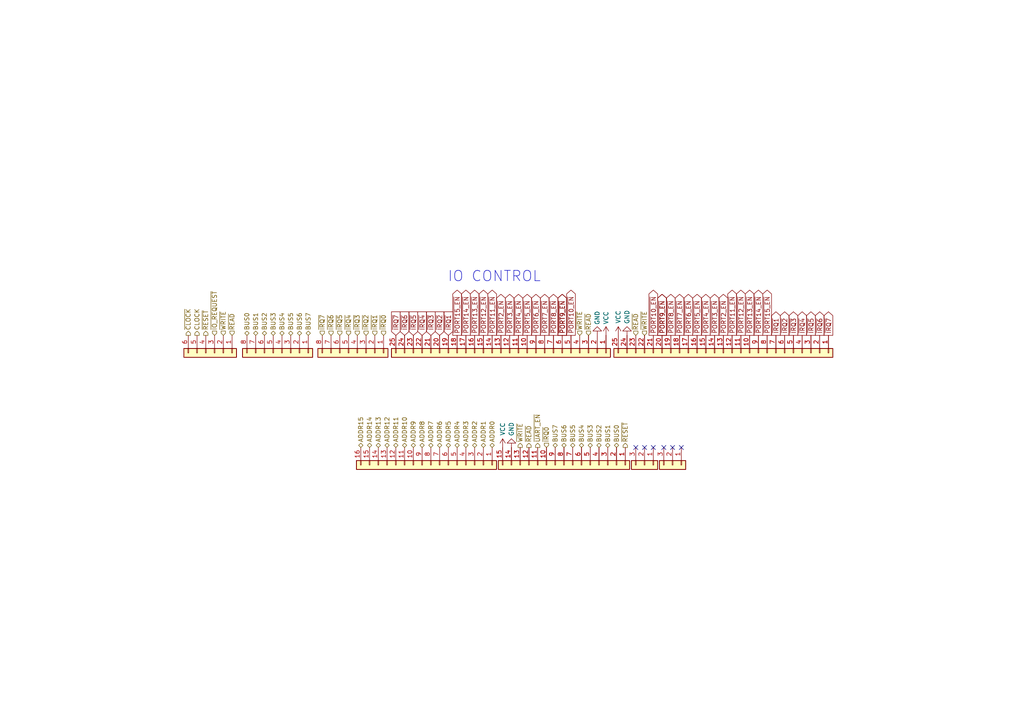
<source format=kicad_sch>
(kicad_sch (version 20211123) (generator eeschema)
  (paper "A4")
  (lib_symbols
    (symbol "Connector_Generic:Conn_01x03" (pin_names (offset 1.016) hide)
      (property "Reference" "J" (at 0 5.08 0))
      (property "Value" "Conn_01x03" (at 0 -5.08 0))
      (symbol "Conn_01x03_1_1"
        (rectangle (start -1.27 -2.413) (end 0 -2.667) (stroke (width 0.1524)))
        (rectangle (start -1.27 0.127) (end 0 -0.127) (stroke (width 0.1524)))
        (rectangle (start -1.27 2.667) (end 0 2.413) (stroke (width 0.1524)))
        (rectangle (start -1.27 3.81) (end 1.27 -3.81) (stroke (width 0.254)) (fill (type background)))
        (pin passive line (at -5.08 2.54 0) (length 3.81) (name "Pin_1") (number "1"))
        (pin passive line (at -5.08 0 0) (length 3.81) (name "Pin_2") (number "2"))
        (pin passive line (at -5.08 -2.54 0) (length 3.81) (name "Pin_3") (number "3"))
      )
    )
    (symbol "Connector_Generic:Conn_01x06" (pin_names (offset 1.016) hide)
      (property "Reference" "J" (at 0 7.62 0))
      (property "Value" "Conn_01x06" (at 0 -10.16 0))
      (symbol "Conn_01x06_1_1"
        (rectangle (start -1.27 -7.493) (end 0 -7.747) (stroke (width 0.1524)))
        (rectangle (start -1.27 -4.953) (end 0 -5.207) (stroke (width 0.1524)))
        (rectangle (start -1.27 -2.413) (end 0 -2.667) (stroke (width 0.1524)))
        (rectangle (start -1.27 0.127) (end 0 -0.127) (stroke (width 0.1524)))
        (rectangle (start -1.27 2.667) (end 0 2.413) (stroke (width 0.1524)))
        (rectangle (start -1.27 5.207) (end 0 4.953) (stroke (width 0.1524)))
        (rectangle (start -1.27 6.35) (end 1.27 -8.89) (stroke (width 0.254)) (fill (type background)))
        (pin passive line (at -5.08 5.08 0) (length 3.81) (name "Pin_1") (number "1"))
        (pin passive line (at -5.08 2.54 0) (length 3.81) (name "Pin_2") (number "2"))
        (pin passive line (at -5.08 0 0) (length 3.81) (name "Pin_3") (number "3"))
        (pin passive line (at -5.08 -2.54 0) (length 3.81) (name "Pin_4") (number "4"))
        (pin passive line (at -5.08 -5.08 0) (length 3.81) (name "Pin_5") (number "5"))
        (pin passive line (at -5.08 -7.62 0) (length 3.81) (name "Pin_6") (number "6"))
      )
    )
    (symbol "Connector_Generic:Conn_01x08" (pin_names (offset 1.016) hide)
      (property "Reference" "J" (at 0 10.16 0))
      (property "Value" "Conn_01x08" (at 0 -12.7 0))
      (symbol "Conn_01x08_1_1"
        (rectangle (start -1.27 -10.033) (end 0 -10.287) (stroke (width 0.1524)))
        (rectangle (start -1.27 -7.493) (end 0 -7.747) (stroke (width 0.1524)))
        (rectangle (start -1.27 -4.953) (end 0 -5.207) (stroke (width 0.1524)))
        (rectangle (start -1.27 -2.413) (end 0 -2.667) (stroke (width 0.1524)))
        (rectangle (start -1.27 0.127) (end 0 -0.127) (stroke (width 0.1524)))
        (rectangle (start -1.27 2.667) (end 0 2.413) (stroke (width 0.1524)))
        (rectangle (start -1.27 5.207) (end 0 4.953) (stroke (width 0.1524)))
        (rectangle (start -1.27 7.747) (end 0 7.493) (stroke (width 0.1524)))
        (rectangle (start -1.27 8.89) (end 1.27 -11.43) (stroke (width 0.254)) (fill (type background)))
        (pin passive line (at -5.08 7.62 0) (length 3.81) (name "Pin_1") (number "1"))
        (pin passive line (at -5.08 5.08 0) (length 3.81) (name "Pin_2") (number "2"))
        (pin passive line (at -5.08 2.54 0) (length 3.81) (name "Pin_3") (number "3"))
        (pin passive line (at -5.08 0 0) (length 3.81) (name "Pin_4") (number "4"))
        (pin passive line (at -5.08 -2.54 0) (length 3.81) (name "Pin_5") (number "5"))
        (pin passive line (at -5.08 -5.08 0) (length 3.81) (name "Pin_6") (number "6"))
        (pin passive line (at -5.08 -7.62 0) (length 3.81) (name "Pin_7") (number "7"))
        (pin passive line (at -5.08 -10.16 0) (length 3.81) (name "Pin_8") (number "8"))
      )
    )
    (symbol "Connector_Generic:Conn_01x15" (pin_names (offset 1.016) hide)
      (property "Reference" "J" (at 0 20.32 0))
      (property "Value" "Conn_01x15" (at 0 -20.32 0))
      (symbol "Conn_01x15_1_1"
        (rectangle (start -1.27 -17.653) (end 0 -17.907) (stroke (width 0.1524)))
        (rectangle (start -1.27 -15.113) (end 0 -15.367) (stroke (width 0.1524)))
        (rectangle (start -1.27 -12.573) (end 0 -12.827) (stroke (width 0.1524)))
        (rectangle (start -1.27 -10.033) (end 0 -10.287) (stroke (width 0.1524)))
        (rectangle (start -1.27 -7.493) (end 0 -7.747) (stroke (width 0.1524)))
        (rectangle (start -1.27 -4.953) (end 0 -5.207) (stroke (width 0.1524)))
        (rectangle (start -1.27 -2.413) (end 0 -2.667) (stroke (width 0.1524)))
        (rectangle (start -1.27 0.127) (end 0 -0.127) (stroke (width 0.1524)))
        (rectangle (start -1.27 2.667) (end 0 2.413) (stroke (width 0.1524)))
        (rectangle (start -1.27 5.207) (end 0 4.953) (stroke (width 0.1524)))
        (rectangle (start -1.27 7.747) (end 0 7.493) (stroke (width 0.1524)))
        (rectangle (start -1.27 10.287) (end 0 10.033) (stroke (width 0.1524)))
        (rectangle (start -1.27 12.827) (end 0 12.573) (stroke (width 0.1524)))
        (rectangle (start -1.27 15.367) (end 0 15.113) (stroke (width 0.1524)))
        (rectangle (start -1.27 17.907) (end 0 17.653) (stroke (width 0.1524)))
        (rectangle (start -1.27 19.05) (end 1.27 -19.05) (stroke (width 0.254)) (fill (type background)))
        (pin passive line (at -5.08 17.78 0) (length 3.81) (name "Pin_1") (number "1"))
        (pin passive line (at -5.08 -5.08 0) (length 3.81) (name "Pin_10") (number "10"))
        (pin passive line (at -5.08 -7.62 0) (length 3.81) (name "Pin_11") (number "11"))
        (pin passive line (at -5.08 -10.16 0) (length 3.81) (name "Pin_12") (number "12"))
        (pin passive line (at -5.08 -12.7 0) (length 3.81) (name "Pin_13") (number "13"))
        (pin passive line (at -5.08 -15.24 0) (length 3.81) (name "Pin_14") (number "14"))
        (pin passive line (at -5.08 -17.78 0) (length 3.81) (name "Pin_15") (number "15"))
        (pin passive line (at -5.08 15.24 0) (length 3.81) (name "Pin_2") (number "2"))
        (pin passive line (at -5.08 12.7 0) (length 3.81) (name "Pin_3") (number "3"))
        (pin passive line (at -5.08 10.16 0) (length 3.81) (name "Pin_4") (number "4"))
        (pin passive line (at -5.08 7.62 0) (length 3.81) (name "Pin_5") (number "5"))
        (pin passive line (at -5.08 5.08 0) (length 3.81) (name "Pin_6") (number "6"))
        (pin passive line (at -5.08 2.54 0) (length 3.81) (name "Pin_7") (number "7"))
        (pin passive line (at -5.08 0 0) (length 3.81) (name "Pin_8") (number "8"))
        (pin passive line (at -5.08 -2.54 0) (length 3.81) (name "Pin_9") (number "9"))
      )
    )
    (symbol "Connector_Generic:Conn_01x16" (pin_names (offset 1.016) hide)
      (property "Reference" "J" (at 0 20.32 0))
      (property "Value" "Conn_01x16" (at 0 -22.86 0))
      (symbol "Conn_01x16_1_1"
        (rectangle (start -1.27 -20.193) (end 0 -20.447) (stroke (width 0.1524)))
        (rectangle (start -1.27 -17.653) (end 0 -17.907) (stroke (width 0.1524)))
        (rectangle (start -1.27 -15.113) (end 0 -15.367) (stroke (width 0.1524)))
        (rectangle (start -1.27 -12.573) (end 0 -12.827) (stroke (width 0.1524)))
        (rectangle (start -1.27 -10.033) (end 0 -10.287) (stroke (width 0.1524)))
        (rectangle (start -1.27 -7.493) (end 0 -7.747) (stroke (width 0.1524)))
        (rectangle (start -1.27 -4.953) (end 0 -5.207) (stroke (width 0.1524)))
        (rectangle (start -1.27 -2.413) (end 0 -2.667) (stroke (width 0.1524)))
        (rectangle (start -1.27 0.127) (end 0 -0.127) (stroke (width 0.1524)))
        (rectangle (start -1.27 2.667) (end 0 2.413) (stroke (width 0.1524)))
        (rectangle (start -1.27 5.207) (end 0 4.953) (stroke (width 0.1524)))
        (rectangle (start -1.27 7.747) (end 0 7.493) (stroke (width 0.1524)))
        (rectangle (start -1.27 10.287) (end 0 10.033) (stroke (width 0.1524)))
        (rectangle (start -1.27 12.827) (end 0 12.573) (stroke (width 0.1524)))
        (rectangle (start -1.27 15.367) (end 0 15.113) (stroke (width 0.1524)))
        (rectangle (start -1.27 17.907) (end 0 17.653) (stroke (width 0.1524)))
        (rectangle (start -1.27 19.05) (end 1.27 -21.59) (stroke (width 0.254)) (fill (type background)))
        (pin passive line (at -5.08 17.78 0) (length 3.81) (name "Pin_1") (number "1"))
        (pin passive line (at -5.08 -5.08 0) (length 3.81) (name "Pin_10") (number "10"))
        (pin passive line (at -5.08 -7.62 0) (length 3.81) (name "Pin_11") (number "11"))
        (pin passive line (at -5.08 -10.16 0) (length 3.81) (name "Pin_12") (number "12"))
        (pin passive line (at -5.08 -12.7 0) (length 3.81) (name "Pin_13") (number "13"))
        (pin passive line (at -5.08 -15.24 0) (length 3.81) (name "Pin_14") (number "14"))
        (pin passive line (at -5.08 -17.78 0) (length 3.81) (name "Pin_15") (number "15"))
        (pin passive line (at -5.08 -20.32 0) (length 3.81) (name "Pin_16") (number "16"))
        (pin passive line (at -5.08 15.24 0) (length 3.81) (name "Pin_2") (number "2"))
        (pin passive line (at -5.08 12.7 0) (length 3.81) (name "Pin_3") (number "3"))
        (pin passive line (at -5.08 10.16 0) (length 3.81) (name "Pin_4") (number "4"))
        (pin passive line (at -5.08 7.62 0) (length 3.81) (name "Pin_5") (number "5"))
        (pin passive line (at -5.08 5.08 0) (length 3.81) (name "Pin_6") (number "6"))
        (pin passive line (at -5.08 2.54 0) (length 3.81) (name "Pin_7") (number "7"))
        (pin passive line (at -5.08 0 0) (length 3.81) (name "Pin_8") (number "8"))
        (pin passive line (at -5.08 -2.54 0) (length 3.81) (name "Pin_9") (number "9"))
      )
    )
    (symbol "Connector_Generic:Conn_01x25" (pin_names (offset 1.016) hide)
      (property "Reference" "J" (at 0 33.02 0))
      (property "Value" "Conn_01x25" (at 0 -33.02 0))
      (symbol "Conn_01x25_1_1"
        (rectangle (start -1.27 -30.353) (end 0 -30.607) (stroke (width 0.1524)))
        (rectangle (start -1.27 -27.813) (end 0 -28.067) (stroke (width 0.1524)))
        (rectangle (start -1.27 -25.273) (end 0 -25.527) (stroke (width 0.1524)))
        (rectangle (start -1.27 -22.733) (end 0 -22.987) (stroke (width 0.1524)))
        (rectangle (start -1.27 -20.193) (end 0 -20.447) (stroke (width 0.1524)))
        (rectangle (start -1.27 -17.653) (end 0 -17.907) (stroke (width 0.1524)))
        (rectangle (start -1.27 -15.113) (end 0 -15.367) (stroke (width 0.1524)))
        (rectangle (start -1.27 -12.573) (end 0 -12.827) (stroke (width 0.1524)))
        (rectangle (start -1.27 -10.033) (end 0 -10.287) (stroke (width 0.1524)))
        (rectangle (start -1.27 -7.493) (end 0 -7.747) (stroke (width 0.1524)))
        (rectangle (start -1.27 -4.953) (end 0 -5.207) (stroke (width 0.1524)))
        (rectangle (start -1.27 -2.413) (end 0 -2.667) (stroke (width 0.1524)))
        (rectangle (start -1.27 0.127) (end 0 -0.127) (stroke (width 0.1524)))
        (rectangle (start -1.27 2.667) (end 0 2.413) (stroke (width 0.1524)))
        (rectangle (start -1.27 5.207) (end 0 4.953) (stroke (width 0.1524)))
        (rectangle (start -1.27 7.747) (end 0 7.493) (stroke (width 0.1524)))
        (rectangle (start -1.27 10.287) (end 0 10.033) (stroke (width 0.1524)))
        (rectangle (start -1.27 12.827) (end 0 12.573) (stroke (width 0.1524)))
        (rectangle (start -1.27 15.367) (end 0 15.113) (stroke (width 0.1524)))
        (rectangle (start -1.27 17.907) (end 0 17.653) (stroke (width 0.1524)))
        (rectangle (start -1.27 20.447) (end 0 20.193) (stroke (width 0.1524)))
        (rectangle (start -1.27 22.987) (end 0 22.733) (stroke (width 0.1524)))
        (rectangle (start -1.27 25.527) (end 0 25.273) (stroke (width 0.1524)))
        (rectangle (start -1.27 28.067) (end 0 27.813) (stroke (width 0.1524)))
        (rectangle (start -1.27 30.607) (end 0 30.353) (stroke (width 0.1524)))
        (rectangle (start -1.27 31.75) (end 1.27 -31.75) (stroke (width 0.254)) (fill (type background)))
        (pin passive line (at -5.08 30.48 0) (length 3.81) (name "Pin_1") (number "1"))
        (pin passive line (at -5.08 7.62 0) (length 3.81) (name "Pin_10") (number "10"))
        (pin passive line (at -5.08 5.08 0) (length 3.81) (name "Pin_11") (number "11"))
        (pin passive line (at -5.08 2.54 0) (length 3.81) (name "Pin_12") (number "12"))
        (pin passive line (at -5.08 0 0) (length 3.81) (name "Pin_13") (number "13"))
        (pin passive line (at -5.08 -2.54 0) (length 3.81) (name "Pin_14") (number "14"))
        (pin passive line (at -5.08 -5.08 0) (length 3.81) (name "Pin_15") (number "15"))
        (pin passive line (at -5.08 -7.62 0) (length 3.81) (name "Pin_16") (number "16"))
        (pin passive line (at -5.08 -10.16 0) (length 3.81) (name "Pin_17") (number "17"))
        (pin passive line (at -5.08 -12.7 0) (length 3.81) (name "Pin_18") (number "18"))
        (pin passive line (at -5.08 -15.24 0) (length 3.81) (name "Pin_19") (number "19"))
        (pin passive line (at -5.08 27.94 0) (length 3.81) (name "Pin_2") (number "2"))
        (pin passive line (at -5.08 -17.78 0) (length 3.81) (name "Pin_20") (number "20"))
        (pin passive line (at -5.08 -20.32 0) (length 3.81) (name "Pin_21") (number "21"))
        (pin passive line (at -5.08 -22.86 0) (length 3.81) (name "Pin_22") (number "22"))
        (pin passive line (at -5.08 -25.4 0) (length 3.81) (name "Pin_23") (number "23"))
        (pin passive line (at -5.08 -27.94 0) (length 3.81) (name "Pin_24") (number "24"))
        (pin passive line (at -5.08 -30.48 0) (length 3.81) (name "Pin_25") (number "25"))
        (pin passive line (at -5.08 25.4 0) (length 3.81) (name "Pin_3") (number "3"))
        (pin passive line (at -5.08 22.86 0) (length 3.81) (name "Pin_4") (number "4"))
        (pin passive line (at -5.08 20.32 0) (length 3.81) (name "Pin_5") (number "5"))
        (pin passive line (at -5.08 17.78 0) (length 3.81) (name "Pin_6") (number "6"))
        (pin passive line (at -5.08 15.24 0) (length 3.81) (name "Pin_7") (number "7"))
        (pin passive line (at -5.08 12.7 0) (length 3.81) (name "Pin_8") (number "8"))
        (pin passive line (at -5.08 10.16 0) (length 3.81) (name "Pin_9") (number "9"))
      )
    )
    (symbol "power:GND" (power) (pin_names (offset 0))
      (property "Value" "GND" (at 0 -3.81 0))
      (symbol "GND_0_1"
        (polyline (pts (xy 0 0) (xy 0 -1.27) (xy 1.27 -1.27) (xy 0 -2.54) (xy -1.27 -1.27) (xy 0 -1.27)))
      )
      (symbol "GND_1_1"
        (pin power_in line (at 0 0 270) (length 0) hide (name "GND") (number "1"))
      )
    )
    (symbol "power:VCC" (power) (pin_names (offset 0))
      (property "Value" "VCC" (at 0 3.81 0))
      (symbol "VCC_0_1"
        (polyline (pts (xy -0.762 1.27) (xy 0 2.54)))
        (polyline (pts (xy 0 0) (xy 0 2.54)))
        (polyline (pts (xy 0 2.54) (xy 0.762 1.27)))
      )
      (symbol "VCC_1_1"
        (pin power_in line (at 0 0 90) (length 0) hide (name "VCC") (number "1"))
      )
    )
  )
  (no_connect (at 195.072 129.794))
  (no_connect (at 189.484 129.794))
  (no_connect (at 192.532 129.794))
  (no_connect (at 197.612 129.794))
  (no_connect (at 184.404 129.794))
  (no_connect (at 186.944 129.794))
  (text "IO CONTROL" (at 129.794 82.042 0) (effects (font (size 3 3)) (justify left bottom)))
  (global_label "~{PORT9_EN}" (shape output) (at 192.024 97.282 90) (property "Intersheet References" "${INTERSHEET_REFS}" (effects hide)))
  (global_label "~{IRQ7}" (shape output) (at 240.284 97.282 90) (property "Intersheet References" "${INTERSHEET_REFS}" (effects hide)))
  (global_label "~{PORT10_EN}" (shape output) (at 189.484 97.282 90) (property "Intersheet References" "${INTERSHEET_REFS}" (effects hide)))
  (global_label "~{PORT4_EN}" (shape output) (at 150.368 97.282 90) (property "Intersheet References" "${INTERSHEET_REFS}" (effects hide)))
  (global_label "~{IRQ1}" (shape input) (at 130.048 97.282 90) (property "Intersheet References" "${INTERSHEET_REFS}" (effects hide)))
  (global_label "~{PORT7_EN}" (shape output) (at 197.104 97.282 90) (property "Intersheet References" "${INTERSHEET_REFS}" (effects hide)))
  (global_label "~{IRQ4}" (shape input) (at 122.428 97.282 90) (property "Intersheet References" "${INTERSHEET_REFS}" (effects hide)))
  (global_label "~{PORT11_EN}" (shape output) (at 142.748 97.282 90) (property "Intersheet References" "${INTERSHEET_REFS}" (effects hide)))
  (global_label "~{PORT2_EN}" (shape output) (at 145.288 97.282 90) (property "Intersheet References" "${INTERSHEET_REFS}" (effects hide)))
  (global_label "~{IRQ4}" (shape output) (at 232.664 97.282 90) (property "Intersheet References" "${INTERSHEET_REFS}" (effects hide)))
  (global_label "~{IRQ3}" (shape output) (at 230.124 97.282 90) (property "Intersheet References" "${INTERSHEET_REFS}" (effects hide)))
  (global_label "~{IRQ5}" (shape output) (at 235.204 97.282 90) (property "Intersheet References" "${INTERSHEET_REFS}" (effects hide)))
  (global_label "~{IRQ5}" (shape input) (at 119.888 97.282 90) (property "Intersheet References" "${INTERSHEET_REFS}" (effects hide)))
  (global_label "~{PORT3_EN}" (shape output) (at 207.264 97.282 90) (property "Intersheet References" "${INTERSHEET_REFS}" (effects hide)))
  (global_label "~{IRQ2}" (shape input) (at 127.508 97.282 90) (property "Intersheet References" "${INTERSHEET_REFS}" (effects hide)))
  (global_label "~{PORT10_EN}" (shape output) (at 165.608 97.282 90) (property "Intersheet References" "${INTERSHEET_REFS}" (effects hide)))
  (global_label "~{IRQ6}" (shape input) (at 117.348 97.282 90) (property "Intersheet References" "${INTERSHEET_REFS}" (effects hide)))
  (global_label "~{PORT14_EN}" (shape output) (at 219.964 97.282 90) (property "Intersheet References" "${INTERSHEET_REFS}" (effects hide)))
  (global_label "~{PORT5_EN}" (shape output) (at 152.908 97.282 90) (property "Intersheet References" "${INTERSHEET_REFS}" (effects hide)))
  (global_label "~{IRQ3}" (shape input) (at 124.968 97.282 90) (property "Intersheet References" "${INTERSHEET_REFS}" (effects hide)))
  (global_label "~{PORT8_EN}" (shape output) (at 160.528 97.282 90) (property "Intersheet References" "${INTERSHEET_REFS}" (effects hide)))
  (global_label "~{PORT4_EN}" (shape output) (at 204.724 97.282 90) (property "Intersheet References" "${INTERSHEET_REFS}" (effects hide)))
  (global_label "~{PORT14_EN}" (shape output) (at 135.128 97.282 90) (property "Intersheet References" "${INTERSHEET_REFS}" (effects hide)))
  (global_label "~{IRQ7}" (shape input) (at 114.808 97.282 90) (property "Intersheet References" "${INTERSHEET_REFS}" (effects hide)))
  (global_label "~{PORT13_EN}" (shape output) (at 217.424 97.282 90) (property "Intersheet References" "${INTERSHEET_REFS}" (effects hide)))
  (global_label "~{PORT7_EN}" (shape output) (at 157.988 97.282 90) (property "Intersheet References" "${INTERSHEET_REFS}" (effects hide)))
  (global_label "~{PORT2_EN}" (shape output) (at 209.804 97.282 90) (property "Intersheet References" "${INTERSHEET_REFS}" (effects hide)))
  (global_label "~{PORT15_EN}" (shape output) (at 132.588 97.282 90) (property "Intersheet References" "${INTERSHEET_REFS}" (effects hide)))
  (global_label "~{PORT15_EN}" (shape output) (at 222.504 97.282 90) (property "Intersheet References" "${INTERSHEET_REFS}" (effects hide)))
  (global_label "~{PORT5_EN}" (shape output) (at 202.184 97.282 90) (property "Intersheet References" "${INTERSHEET_REFS}" (effects hide)))
  (global_label "~{PORT3_EN}" (shape output) (at 147.828 97.282 90) (property "Intersheet References" "${INTERSHEET_REFS}" (effects hide)))
  (global_label "~{PORT9_EN}" (shape output) (at 192.024 97.282 90) (property "Intersheet References" "${INTERSHEET_REFS}" (effects hide)))
  (global_label "~{PORT11_EN}" (shape output) (at 212.344 97.282 90) (property "Intersheet References" "${INTERSHEET_REFS}" (effects hide)))
  (global_label "~{PORT6_EN}" (shape output) (at 199.644 97.282 90) (property "Intersheet References" "${INTERSHEET_REFS}" (effects hide)))
  (global_label "~{IRQ2}" (shape output) (at 227.584 97.282 90) (property "Intersheet References" "${INTERSHEET_REFS}" (effects hide)))
  (global_label "~{PORT12_EN}" (shape output) (at 214.884 97.282 90) (property "Intersheet References" "${INTERSHEET_REFS}" (effects hide)))
  (global_label "~{IRQ1}" (shape output) (at 225.044 97.282 90) (property "Intersheet References" "${INTERSHEET_REFS}" (effects hide)))
  (global_label "~{PORT9_EN}" (shape output) (at 163.068 97.282 90) (property "Intersheet References" "${INTERSHEET_REFS}" (effects hide)))
  (global_label "~{PORT12_EN}" (shape output) (at 140.208 97.282 90) (property "Intersheet References" "${INTERSHEET_REFS}" (effects hide)))
  (global_label "~{PORT9_EN}" (shape output) (at 163.068 97.282 90) (property "Intersheet References" "${INTERSHEET_REFS}" (effects hide)))
  (global_label "~{PORT13_EN}" (shape output) (at 137.668 97.282 90) (property "Intersheet References" "${INTERSHEET_REFS}" (effects hide)))
  (global_label "~{PORT8_EN}" (shape output) (at 194.564 97.282 90) (property "Intersheet References" "${INTERSHEET_REFS}" (effects hide)))
  (global_label "~{IRQ6}" (shape output) (at 237.744 97.282 90) (property "Intersheet References" "${INTERSHEET_REFS}" (effects hide)))
  (global_label "~{PORT6_EN}" (shape output) (at 155.448 97.282 90) (property "Intersheet References" "${INTERSHEET_REFS}" (effects hide)))
  (hierarchical_label "BUS1" (shape tri_state) (at 74.168 97.282 90))
  (hierarchical_label "BUS6" (shape tri_state) (at 86.868 97.282 90))
  (hierarchical_label "~{READ}" (shape input) (at 67.31 97.282 90))
  (hierarchical_label "~{IO_REQUEST}" (shape input) (at 62.23 97.282 90))
  (hierarchical_label "ADDR0" (shape tri_state) (at 142.748 129.794 90))
  (hierarchical_label "BUS3" (shape tri_state) (at 171.196 129.794 90))
  (hierarchical_label "ADDR5" (shape tri_state) (at 130.048 129.794 90))
  (hierarchical_label "~{IRQ0}" (shape input) (at 111.252 97.282 90))
  (hierarchical_label "ADDR7" (shape tri_state) (at 124.968 129.794 90))
  (hierarchical_label "ADDR4" (shape tri_state) (at 132.588 129.794 90))
  (hierarchical_label "ADDR13" (shape tri_state) (at 109.728 129.794 90))
  (hierarchical_label "ADDR15" (shape tri_state) (at 104.648 129.794 90))
  (hierarchical_label "BUS5" (shape tri_state) (at 84.328 97.282 90))
  (hierarchical_label "BUS5" (shape tri_state) (at 166.116 129.794 90))
  (hierarchical_label "ADDR6" (shape tri_state) (at 127.508 129.794 90))
  (hierarchical_label "ADDR3" (shape tri_state) (at 135.128 129.794 90))
  (hierarchical_label "ADDR8" (shape tri_state) (at 122.428 129.794 90))
  (hierarchical_label "BUS1" (shape tri_state) (at 176.276 129.794 90))
  (hierarchical_label "ADDR9" (shape tri_state) (at 119.888 129.794 90))
  (hierarchical_label "CLOCK" (shape output) (at 57.15 97.282 90))
  (hierarchical_label "BUS4" (shape tri_state) (at 81.788 97.282 90))
  (hierarchical_label "BUS2" (shape tri_state) (at 76.708 97.282 90))
  (hierarchical_label "BUS7" (shape tri_state) (at 161.036 129.794 90))
  (hierarchical_label "~{WRITE}" (shape input) (at 168.148 97.282 90))
  (hierarchical_label "~{IRQ3}" (shape input) (at 103.632 97.282 90))
  (hierarchical_label "~{IRQ6}" (shape input) (at 96.012 97.282 90))
  (hierarchical_label "~{WRITE}" (shape input) (at 186.944 97.282 90))
  (hierarchical_label "~{RESET}" (shape output) (at 181.356 129.794 90))
  (hierarchical_label "~{RESET}" (shape output) (at 59.69 97.282 90))
  (hierarchical_label "~{WRITE}" (shape input) (at 64.77 97.282 90))
  (hierarchical_label "BUS0" (shape tri_state) (at 71.628 97.282 90))
  (hierarchical_label "ADDR12" (shape tri_state) (at 112.268 129.794 90))
  (hierarchical_label "~{READ}" (shape input) (at 184.404 97.282 90))
  (hierarchical_label "~{IRQ5}" (shape input) (at 98.552 97.282 90))
  (hierarchical_label "~{IRQ1}" (shape input) (at 108.712 97.282 90))
  (hierarchical_label "ADDR10" (shape tri_state) (at 117.348 129.794 90))
  (hierarchical_label "ADDR14" (shape tri_state) (at 107.188 129.794 90))
  (hierarchical_label "ADDR1" (shape tri_state) (at 140.208 129.794 90))
  (hierarchical_label "~{CLOCK}" (shape output) (at 54.61 97.282 90))
  (hierarchical_label "~{WRITE}" (shape output) (at 150.876 129.794 90))
  (hierarchical_label "BUS4" (shape tri_state) (at 168.656 129.794 90))
  (hierarchical_label "BUS0" (shape tri_state) (at 178.816 129.794 90))
  (hierarchical_label "~{UART_EN}" (shape output) (at 155.956 129.794 90))
  (hierarchical_label "ADDR2" (shape tri_state) (at 137.668 129.794 90))
  (hierarchical_label "~{IRQ2}" (shape input) (at 106.172 97.282 90))
  (hierarchical_label "~{IRQ0}" (shape input) (at 158.496 129.794 90))
  (hierarchical_label "BUS2" (shape tri_state) (at 173.736 129.794 90))
  (hierarchical_label "~{READ}" (shape input) (at 170.688 97.282 90))
  (hierarchical_label "BUS6" (shape tri_state) (at 163.576 129.794 90))
  (hierarchical_label "ADDR11" (shape tri_state) (at 114.808 129.794 90))
  (hierarchical_label "~{IRQ7}" (shape input) (at 93.472 97.282 90))
  (hierarchical_label "BUS7" (shape tri_state) (at 89.408 97.282 90))
  (hierarchical_label "BUS3" (shape tri_state) (at 79.248 97.282 90))
  (hierarchical_label "~{IRQ4}" (shape input) (at 101.092 97.282 90))
  (hierarchical_label "~{READ}" (shape output) (at 153.416 129.794 90))
  (symbol (lib_id "Connector_Generic:Conn_01x08") (at 103.632 102.362 270) (unit 1)
    (property "Reference" "J42" (effects hide))
    (property "Value" "Conn_01x08" (effects hide))
    (property "Footprint" "Connector_PinSocket_2.54mm:PinSocket_1x08_P2.54mm_Vertical" (effects hide))
    (property "Field4" "SPR Control" (effects hide))
  )
  (symbol (lib_id "power:GND") (at 173.228 97.282 180) (unit 1)
    (property "Reference" "#PWR030" (effects hide))
    (property "Value" "GND" (at 173.228 92.202 90))
  )
  (symbol (lib_id "Connector_Generic:Conn_01x03") (at 195.072 134.874 270) (unit 1)
    (property "Reference" "J47" (effects hide))
    (property "Value" "Conn_01x03" (effects hide))
    (property "Footprint" "Connector_PinSocket_2.54mm:PinSocket_1x03_P2.54mm_Vertical" (effects hide))
  )
  (symbol (lib_id "Connector_Generic:Conn_01x08") (at 81.788 102.362 270) (unit 1)
    (property "Reference" "J41" (effects hide))
    (property "Value" "Conn_01x08" (effects hide))
    (property "Footprint" "Connector_PinSocket_2.54mm:PinSocket_1x08_P2.54mm_Vertical" (effects hide))
    (property "Field4" "SPR Control" (effects hide))
  )
  (symbol (lib_id "power:GND") (at 148.336 129.794 0) (mirror x) (unit 1)
    (property "Reference" "#PWR029" (effects hide))
    (property "Value" "GND" (at 148.336 124.46 90))
  )
  (symbol (lib_id "power:VCC") (at 175.768 97.282 0) (unit 1)
    (property "Reference" "#PWR031" (effects hide))
    (property "Value" "VCC" (at 175.768 92.202 90))
  )
  (symbol (lib_id "Connector_Generic:Conn_01x25") (at 209.804 102.362 270) (unit 1)
    (property "Reference" "J48" (effects hide))
    (property "Value" "Conn_01x25" (effects hide))
    (property "Footprint" "Connector_PinSocket_2.54mm:PinSocket_1x25_P2.54mm_Vertical" (effects hide))
  )
  (symbol (lib_id "power:GND") (at 181.864 97.282 0) (mirror x) (unit 1)
    (property "Reference" "#PWR033" (effects hide))
    (property "Value" "GND" (at 181.864 91.948 90))
  )
  (symbol (lib_id "Connector_Generic:Conn_01x16") (at 124.968 134.874 270) (unit 1)
    (property "Reference" "J43" (effects hide))
    (property "Value" "Conn_01x16" (effects hide))
    (property "Footprint" "Connector_PinSocket_2.54mm:PinSocket_1x16_P2.54mm_Vertical" (effects hide))
    (property "Field4" "Address Bus" (effects hide))
  )
  (symbol (lib_id "Connector_Generic:Conn_01x25") (at 145.288 102.362 270) (unit 1)
    (property "Reference" "J44" (effects hide))
    (property "Value" "Conn_01x25" (effects hide))
    (property "Footprint" "Connector_PinHeader_2.54mm:PinHeader_1x25_P2.54mm_Horizontal" (effects hide))
  )
  (symbol (lib_id "power:VCC") (at 179.324 97.282 0) (mirror y) (unit 1)
    (property "Reference" "#PWR032" (effects hide))
    (property "Value" "VCC" (at 179.324 91.948 90))
  )
  (symbol (lib_id "Connector_Generic:Conn_01x15") (at 163.576 134.874 270) (unit 1)
    (property "Reference" "J45" (effects hide))
    (property "Value" "Conn_01x15" (effects hide))
    (property "Footprint" "Connector_PinSocket_2.54mm:PinSocket_1x15_P2.54mm_Vertical" (effects hide))
  )
  (symbol (lib_id "Connector_Generic:Conn_01x06") (at 62.23 102.362 270) (unit 1)
    (property "Reference" "J40" (effects hide))
    (property "Value" "Conn_01x06" (effects hide))
    (property "Footprint" "Connector_PinSocket_2.54mm:PinSocket_1x06_P2.54mm_Vertical" (effects hide))
    (property "Field4" "SPR Control" (effects hide))
  )
  (symbol (lib_id "power:VCC") (at 145.796 129.794 0) (mirror y) (unit 1)
    (property "Reference" "#PWR028" (effects hide))
    (property "Value" "VCC" (at 145.796 124.46 90))
  )
  (symbol (lib_id "Connector_Generic:Conn_01x03") (at 186.944 134.874 270) (unit 1)
    (property "Reference" "J46" (effects hide))
    (property "Value" "Conn_01x03" (effects hide))
    (property "Footprint" "Connector_PinSocket_2.54mm:PinSocket_1x03_P2.54mm_Vertical" (effects hide))
  )
)
</source>
